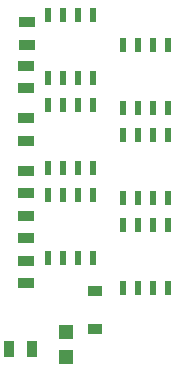
<source format=gtp>
G04 (created by PCBNEW (2013-07-07 BZR 4022)-stable) date 11/10/2013 6:39:55 PM*
%MOIN*%
G04 Gerber Fmt 3.4, Leading zero omitted, Abs format*
%FSLAX34Y34*%
G01*
G70*
G90*
G04 APERTURE LIST*
%ADD10C,0.00590551*%
%ADD11R,0.02X0.045*%
%ADD12R,0.055X0.035*%
%ADD13R,0.05X0.038*%
%ADD14R,0.035X0.055*%
%ADD15R,0.0472X0.0472*%
G04 APERTURE END LIST*
G54D10*
G54D11*
X41675Y-54475D03*
X41675Y-52375D03*
X41175Y-54475D03*
X40675Y-54475D03*
X40175Y-54475D03*
X41175Y-52375D03*
X40675Y-52375D03*
X40175Y-52375D03*
X44175Y-58475D03*
X44175Y-56375D03*
X43675Y-58475D03*
X43175Y-58475D03*
X42675Y-58475D03*
X43675Y-56375D03*
X43175Y-56375D03*
X42675Y-56375D03*
X41675Y-57475D03*
X41675Y-55375D03*
X41175Y-57475D03*
X40675Y-57475D03*
X40175Y-57475D03*
X41175Y-55375D03*
X40675Y-55375D03*
X40175Y-55375D03*
X44175Y-55475D03*
X44175Y-53375D03*
X43675Y-55475D03*
X43175Y-55475D03*
X42675Y-55475D03*
X43675Y-53375D03*
X43175Y-53375D03*
X42675Y-53375D03*
X41675Y-51475D03*
X41675Y-49375D03*
X41175Y-51475D03*
X40675Y-51475D03*
X40175Y-51475D03*
X41175Y-49375D03*
X40675Y-49375D03*
X40175Y-49375D03*
X44175Y-52475D03*
X44175Y-50375D03*
X43675Y-52475D03*
X43175Y-52475D03*
X42675Y-52475D03*
X43675Y-50375D03*
X43175Y-50375D03*
X42675Y-50375D03*
G54D12*
X39425Y-58300D03*
X39425Y-57550D03*
X39425Y-56800D03*
X39425Y-56050D03*
X39425Y-53550D03*
X39425Y-52800D03*
X39425Y-55300D03*
X39425Y-54550D03*
X39475Y-50350D03*
X39475Y-49600D03*
X39425Y-51800D03*
X39425Y-51050D03*
G54D13*
X41740Y-59840D03*
X41740Y-58550D03*
G54D14*
X38875Y-60500D03*
X39625Y-60500D03*
G54D15*
X40750Y-60763D03*
X40750Y-59937D03*
M02*

</source>
